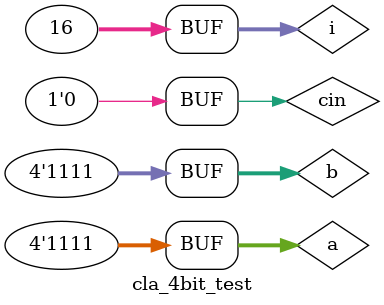
<source format=v>
`timescale 1ns / 1ps


module cla_4bit_test;

	// Inputs
	reg [3:0] a;
	reg [3:0] b;
	reg cin;
	integer i;

	// Outputs
	wire cout;
	wire [3:0] s;

	// Instantiate the Unit Under Test (UUT)
	cla_4bit uut (
		.a(a), 
		.b(b), 
		.cin(cin), 
		.cout(cout), 
		.s(s)
	);

	
	initial begin
		// Initialize Inputs
		a = 4'b0000;
		b = 4'b0000;
		cin = 0; 
				 for (i=0;i<16;i=i+1) begin
				 b = i;
	          $monitor( "time =%0t \t a=%b b=%b \t output value s =%b cout =%b",$time,a,b,s,cout);
				
				 #5;
end		
      a = 4'b0001;
	for (i=0;i<16;i=i+1) begin
					 b = i;
					 $monitor( "time =%0t \t a=%b b=%b \t output value s =%b cout =%b",$time,a,b,s,cout);
					
					 #5;
	end
		a = 4'b0010;
		for (i=0;i<16;i=i+1) begin
				 b = i;
	          $monitor( "time =%0t \t a=%b b=%b \t output value s =%b cout =%b",$time,a,b,s,cout);
				
				 #5;
end				 
		a = 4'b0011;
		for (i=0;i<16;i=i+1) begin
				 b = i;
	          $monitor( "time =%0t \t a=%b b=%b \t output value s =%b cout =%b",$time,a,b,s,cout);
				
				 #5;
end				 
		a = 4'b1000;
		for (i=0;i<16;i=i+1) begin
				 b = i;
	          $monitor( "time =%0t \t a=%b b=%b \t output value s =%b cout =%b",$time,a,b,s,cout);
				
				 #5;
end	
		a = 4'b1001;
		for (i=0;i<16;i=i+1) begin
				 b = i;
	          $monitor( "time =%0t \t a=%b b=%b \t output value s =%b cout =%b",$time,a,b,s,cout);
				
				 #5;
end
		a = 4'b1010;
		for (i=0;i<16;i=i+1) begin
				 b = i;
	          $monitor( "time =%0t \t a=%b b=%b \t output value s =%b cout =%b",$time,a,b,s,cout);
				
				 #5;
end				 
		a = 4'b1011;
		for (i=0;i<16;i=i+1) begin
				 b = i;
	          $monitor( "time =%0t \t a=%b b=%b \t output value s =%b cout =%b",$time,a,b,s,cout);
				
				 #5;
end				 
		a = 4'b1100;
		for (i=0;i<16;i=i+1) begin
				 b = i;
	          $monitor( "time =%0t \t a=%b b=%b \t output value s =%b cout =%b",$time,a,b,s,cout);
				
				 #5;
end				 
		a = 4'b1101;
		for (i=0;i<16;i=i+1) begin
				 b = i;
	          $monitor( "time =%0t \t a=%b b=%b \t output value s =%b cout =%b",$time,a,b,s,cout);
				
				 #5;
end				 
		a = 4'b1110;
		for (i=0;i<16;i=i+1) begin
				 b = i;
	          $monitor( "time =%0t \t a=%b b=%b \t output value s =%b cout =%b",$time,a,b,s,cout);
				
				 #5;
end				 
		a = 4'b1111;
		for (i=0;i<16;i=i+1) begin
				 b = i;
	          $monitor( "time =%0t \t a=%b b=%b \t output value s =%b cout =%b",$time,a,b,s,cout);
				
				 #5;
end				 
		
	
	
	
	
	
	
	end
	
      
endmodule


</source>
